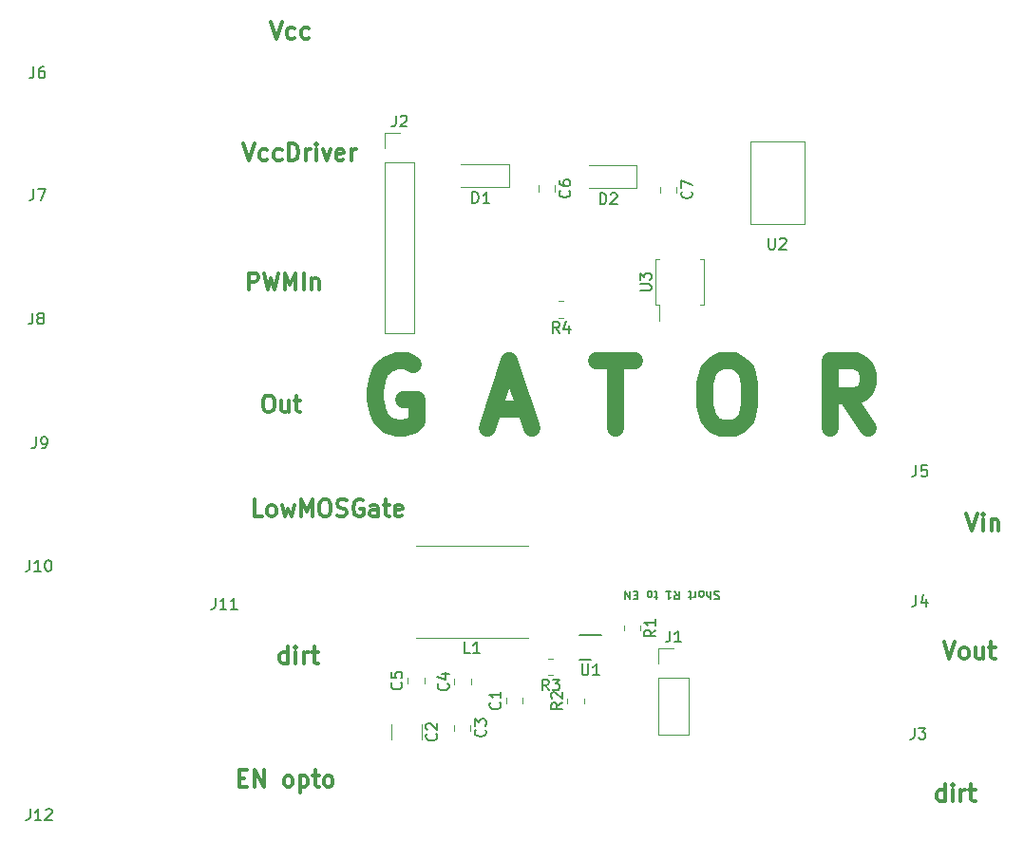
<source format=gbr>
%TF.GenerationSoftware,KiCad,Pcbnew,(5.1.10)-1*%
%TF.CreationDate,2022-03-06T22:53:43-08:00*%
%TF.ProjectId,bb2,6262322e-6b69-4636-9164-5f7063625858,rev?*%
%TF.SameCoordinates,Original*%
%TF.FileFunction,Legend,Top*%
%TF.FilePolarity,Positive*%
%FSLAX46Y46*%
G04 Gerber Fmt 4.6, Leading zero omitted, Abs format (unit mm)*
G04 Created by KiCad (PCBNEW (5.1.10)-1) date 2022-03-06 22:53:43*
%MOMM*%
%LPD*%
G01*
G04 APERTURE LIST*
%ADD10C,1.500000*%
%ADD11C,0.300000*%
%ADD12C,0.187500*%
%ADD13C,0.120000*%
%ADD14C,0.150000*%
G04 APERTURE END LIST*
D10*
X118080571Y-116634000D02*
X117509142Y-116348285D01*
X116652000Y-116348285D01*
X115794857Y-116634000D01*
X115223428Y-117205428D01*
X114937714Y-117776857D01*
X114652000Y-118919714D01*
X114652000Y-119776857D01*
X114937714Y-120919714D01*
X115223428Y-121491142D01*
X115794857Y-122062571D01*
X116652000Y-122348285D01*
X117223428Y-122348285D01*
X118080571Y-122062571D01*
X118366285Y-121776857D01*
X118366285Y-119776857D01*
X117223428Y-119776857D01*
X125223428Y-120634000D02*
X128080571Y-120634000D01*
X124652000Y-122348285D02*
X126652000Y-116348285D01*
X128652000Y-122348285D01*
X134366285Y-116348285D02*
X137794857Y-116348285D01*
X136080571Y-122348285D02*
X136080571Y-116348285D01*
X145509142Y-116348285D02*
X146652000Y-116348285D01*
X147223428Y-116634000D01*
X147794857Y-117205428D01*
X148080571Y-118348285D01*
X148080571Y-120348285D01*
X147794857Y-121491142D01*
X147223428Y-122062571D01*
X146652000Y-122348285D01*
X145509142Y-122348285D01*
X144937714Y-122062571D01*
X144366285Y-121491142D01*
X144080571Y-120348285D01*
X144080571Y-118348285D01*
X144366285Y-117205428D01*
X144937714Y-116634000D01*
X145509142Y-116348285D01*
X158652000Y-122348285D02*
X156652000Y-119491142D01*
X155223428Y-122348285D02*
X155223428Y-116348285D01*
X157509142Y-116348285D01*
X158080571Y-116634000D01*
X158366285Y-116919714D01*
X158652000Y-117491142D01*
X158652000Y-118348285D01*
X158366285Y-118919714D01*
X158080571Y-119205428D01*
X157509142Y-119491142D01*
X155223428Y-119491142D01*
D11*
X165441428Y-155618571D02*
X165441428Y-154118571D01*
X165441428Y-155547142D02*
X165298571Y-155618571D01*
X165012857Y-155618571D01*
X164870000Y-155547142D01*
X164798571Y-155475714D01*
X164727142Y-155332857D01*
X164727142Y-154904285D01*
X164798571Y-154761428D01*
X164870000Y-154690000D01*
X165012857Y-154618571D01*
X165298571Y-154618571D01*
X165441428Y-154690000D01*
X166155714Y-155618571D02*
X166155714Y-154618571D01*
X166155714Y-154118571D02*
X166084285Y-154190000D01*
X166155714Y-154261428D01*
X166227142Y-154190000D01*
X166155714Y-154118571D01*
X166155714Y-154261428D01*
X166870000Y-155618571D02*
X166870000Y-154618571D01*
X166870000Y-154904285D02*
X166941428Y-154761428D01*
X167012857Y-154690000D01*
X167155714Y-154618571D01*
X167298571Y-154618571D01*
X167584285Y-154618571D02*
X168155714Y-154618571D01*
X167798571Y-154118571D02*
X167798571Y-155404285D01*
X167870000Y-155547142D01*
X168012857Y-155618571D01*
X168155714Y-155618571D01*
X165354285Y-141418571D02*
X165854285Y-142918571D01*
X166354285Y-141418571D01*
X167068571Y-142918571D02*
X166925714Y-142847142D01*
X166854285Y-142775714D01*
X166782857Y-142632857D01*
X166782857Y-142204285D01*
X166854285Y-142061428D01*
X166925714Y-141990000D01*
X167068571Y-141918571D01*
X167282857Y-141918571D01*
X167425714Y-141990000D01*
X167497142Y-142061428D01*
X167568571Y-142204285D01*
X167568571Y-142632857D01*
X167497142Y-142775714D01*
X167425714Y-142847142D01*
X167282857Y-142918571D01*
X167068571Y-142918571D01*
X168854285Y-141918571D02*
X168854285Y-142918571D01*
X168211428Y-141918571D02*
X168211428Y-142704285D01*
X168282857Y-142847142D01*
X168425714Y-142918571D01*
X168640000Y-142918571D01*
X168782857Y-142847142D01*
X168854285Y-142775714D01*
X169354285Y-141918571D02*
X169925714Y-141918571D01*
X169568571Y-141418571D02*
X169568571Y-142704285D01*
X169640000Y-142847142D01*
X169782857Y-142918571D01*
X169925714Y-142918571D01*
X167374285Y-129988571D02*
X167874285Y-131488571D01*
X168374285Y-129988571D01*
X168874285Y-131488571D02*
X168874285Y-130488571D01*
X168874285Y-129988571D02*
X168802857Y-130060000D01*
X168874285Y-130131428D01*
X168945714Y-130060000D01*
X168874285Y-129988571D01*
X168874285Y-130131428D01*
X169588571Y-130488571D02*
X169588571Y-131488571D01*
X169588571Y-130631428D02*
X169660000Y-130560000D01*
X169802857Y-130488571D01*
X170017142Y-130488571D01*
X170160000Y-130560000D01*
X170231428Y-130702857D01*
X170231428Y-131488571D01*
D12*
X145336685Y-136907228D02*
X145229542Y-136871514D01*
X145050971Y-136871514D01*
X144979542Y-136907228D01*
X144943828Y-136942942D01*
X144908114Y-137014371D01*
X144908114Y-137085800D01*
X144943828Y-137157228D01*
X144979542Y-137192942D01*
X145050971Y-137228657D01*
X145193828Y-137264371D01*
X145265257Y-137300085D01*
X145300971Y-137335800D01*
X145336685Y-137407228D01*
X145336685Y-137478657D01*
X145300971Y-137550085D01*
X145265257Y-137585800D01*
X145193828Y-137621514D01*
X145015257Y-137621514D01*
X144908114Y-137585800D01*
X144586685Y-136871514D02*
X144586685Y-137621514D01*
X144265257Y-136871514D02*
X144265257Y-137264371D01*
X144300971Y-137335800D01*
X144372400Y-137371514D01*
X144479542Y-137371514D01*
X144550971Y-137335800D01*
X144586685Y-137300085D01*
X143800971Y-136871514D02*
X143872400Y-136907228D01*
X143908114Y-136942942D01*
X143943828Y-137014371D01*
X143943828Y-137228657D01*
X143908114Y-137300085D01*
X143872400Y-137335800D01*
X143800971Y-137371514D01*
X143693828Y-137371514D01*
X143622400Y-137335800D01*
X143586685Y-137300085D01*
X143550971Y-137228657D01*
X143550971Y-137014371D01*
X143586685Y-136942942D01*
X143622400Y-136907228D01*
X143693828Y-136871514D01*
X143800971Y-136871514D01*
X143229542Y-136871514D02*
X143229542Y-137371514D01*
X143229542Y-137228657D02*
X143193828Y-137300085D01*
X143158114Y-137335800D01*
X143086685Y-137371514D01*
X143015257Y-137371514D01*
X142872400Y-137371514D02*
X142586685Y-137371514D01*
X142765257Y-137621514D02*
X142765257Y-136978657D01*
X142729542Y-136907228D01*
X142658114Y-136871514D01*
X142586685Y-136871514D01*
X141336685Y-136871514D02*
X141586685Y-137228657D01*
X141765257Y-136871514D02*
X141765257Y-137621514D01*
X141479542Y-137621514D01*
X141408114Y-137585800D01*
X141372400Y-137550085D01*
X141336685Y-137478657D01*
X141336685Y-137371514D01*
X141372400Y-137300085D01*
X141408114Y-137264371D01*
X141479542Y-137228657D01*
X141765257Y-137228657D01*
X140622400Y-136871514D02*
X141050971Y-136871514D01*
X140836685Y-136871514D02*
X140836685Y-137621514D01*
X140908114Y-137514371D01*
X140979542Y-137442942D01*
X141050971Y-137407228D01*
X139836685Y-137371514D02*
X139550971Y-137371514D01*
X139729542Y-137621514D02*
X139729542Y-136978657D01*
X139693828Y-136907228D01*
X139622400Y-136871514D01*
X139550971Y-136871514D01*
X139193828Y-136871514D02*
X139265257Y-136907228D01*
X139300971Y-136942942D01*
X139336685Y-137014371D01*
X139336685Y-137228657D01*
X139300971Y-137300085D01*
X139265257Y-137335800D01*
X139193828Y-137371514D01*
X139086685Y-137371514D01*
X139015257Y-137335800D01*
X138979542Y-137300085D01*
X138943828Y-137228657D01*
X138943828Y-137014371D01*
X138979542Y-136942942D01*
X139015257Y-136907228D01*
X139086685Y-136871514D01*
X139193828Y-136871514D01*
X138050971Y-137264371D02*
X137800971Y-137264371D01*
X137693828Y-136871514D02*
X138050971Y-136871514D01*
X138050971Y-137621514D01*
X137693828Y-137621514D01*
X137372400Y-136871514D02*
X137372400Y-137621514D01*
X136943828Y-136871514D01*
X136943828Y-137621514D01*
D11*
X102537142Y-153562857D02*
X103037142Y-153562857D01*
X103251428Y-154348571D02*
X102537142Y-154348571D01*
X102537142Y-152848571D01*
X103251428Y-152848571D01*
X103894285Y-154348571D02*
X103894285Y-152848571D01*
X104751428Y-154348571D01*
X104751428Y-152848571D01*
X106822857Y-154348571D02*
X106680000Y-154277142D01*
X106608571Y-154205714D01*
X106537142Y-154062857D01*
X106537142Y-153634285D01*
X106608571Y-153491428D01*
X106680000Y-153420000D01*
X106822857Y-153348571D01*
X107037142Y-153348571D01*
X107180000Y-153420000D01*
X107251428Y-153491428D01*
X107322857Y-153634285D01*
X107322857Y-154062857D01*
X107251428Y-154205714D01*
X107180000Y-154277142D01*
X107037142Y-154348571D01*
X106822857Y-154348571D01*
X107965714Y-153348571D02*
X107965714Y-154848571D01*
X107965714Y-153420000D02*
X108108571Y-153348571D01*
X108394285Y-153348571D01*
X108537142Y-153420000D01*
X108608571Y-153491428D01*
X108680000Y-153634285D01*
X108680000Y-154062857D01*
X108608571Y-154205714D01*
X108537142Y-154277142D01*
X108394285Y-154348571D01*
X108108571Y-154348571D01*
X107965714Y-154277142D01*
X109108571Y-153348571D02*
X109680000Y-153348571D01*
X109322857Y-152848571D02*
X109322857Y-154134285D01*
X109394285Y-154277142D01*
X109537142Y-154348571D01*
X109680000Y-154348571D01*
X110394285Y-154348571D02*
X110251428Y-154277142D01*
X110180000Y-154205714D01*
X110108571Y-154062857D01*
X110108571Y-153634285D01*
X110180000Y-153491428D01*
X110251428Y-153420000D01*
X110394285Y-153348571D01*
X110608571Y-153348571D01*
X110751428Y-153420000D01*
X110822857Y-153491428D01*
X110894285Y-153634285D01*
X110894285Y-154062857D01*
X110822857Y-154205714D01*
X110751428Y-154277142D01*
X110608571Y-154348571D01*
X110394285Y-154348571D01*
X106869028Y-143324971D02*
X106869028Y-141824971D01*
X106869028Y-143253542D02*
X106726171Y-143324971D01*
X106440457Y-143324971D01*
X106297600Y-143253542D01*
X106226171Y-143182114D01*
X106154742Y-143039257D01*
X106154742Y-142610685D01*
X106226171Y-142467828D01*
X106297600Y-142396400D01*
X106440457Y-142324971D01*
X106726171Y-142324971D01*
X106869028Y-142396400D01*
X107583314Y-143324971D02*
X107583314Y-142324971D01*
X107583314Y-141824971D02*
X107511885Y-141896400D01*
X107583314Y-141967828D01*
X107654742Y-141896400D01*
X107583314Y-141824971D01*
X107583314Y-141967828D01*
X108297600Y-143324971D02*
X108297600Y-142324971D01*
X108297600Y-142610685D02*
X108369028Y-142467828D01*
X108440457Y-142396400D01*
X108583314Y-142324971D01*
X108726171Y-142324971D01*
X109011885Y-142324971D02*
X109583314Y-142324971D01*
X109226171Y-141824971D02*
X109226171Y-143110685D01*
X109297600Y-143253542D01*
X109440457Y-143324971D01*
X109583314Y-143324971D01*
X104632857Y-130218571D02*
X103918571Y-130218571D01*
X103918571Y-128718571D01*
X105347142Y-130218571D02*
X105204285Y-130147142D01*
X105132857Y-130075714D01*
X105061428Y-129932857D01*
X105061428Y-129504285D01*
X105132857Y-129361428D01*
X105204285Y-129290000D01*
X105347142Y-129218571D01*
X105561428Y-129218571D01*
X105704285Y-129290000D01*
X105775714Y-129361428D01*
X105847142Y-129504285D01*
X105847142Y-129932857D01*
X105775714Y-130075714D01*
X105704285Y-130147142D01*
X105561428Y-130218571D01*
X105347142Y-130218571D01*
X106347142Y-129218571D02*
X106632857Y-130218571D01*
X106918571Y-129504285D01*
X107204285Y-130218571D01*
X107490000Y-129218571D01*
X108061428Y-130218571D02*
X108061428Y-128718571D01*
X108561428Y-129790000D01*
X109061428Y-128718571D01*
X109061428Y-130218571D01*
X110061428Y-128718571D02*
X110347142Y-128718571D01*
X110490000Y-128790000D01*
X110632857Y-128932857D01*
X110704285Y-129218571D01*
X110704285Y-129718571D01*
X110632857Y-130004285D01*
X110490000Y-130147142D01*
X110347142Y-130218571D01*
X110061428Y-130218571D01*
X109918571Y-130147142D01*
X109775714Y-130004285D01*
X109704285Y-129718571D01*
X109704285Y-129218571D01*
X109775714Y-128932857D01*
X109918571Y-128790000D01*
X110061428Y-128718571D01*
X111275714Y-130147142D02*
X111490000Y-130218571D01*
X111847142Y-130218571D01*
X111990000Y-130147142D01*
X112061428Y-130075714D01*
X112132857Y-129932857D01*
X112132857Y-129790000D01*
X112061428Y-129647142D01*
X111990000Y-129575714D01*
X111847142Y-129504285D01*
X111561428Y-129432857D01*
X111418571Y-129361428D01*
X111347142Y-129290000D01*
X111275714Y-129147142D01*
X111275714Y-129004285D01*
X111347142Y-128861428D01*
X111418571Y-128790000D01*
X111561428Y-128718571D01*
X111918571Y-128718571D01*
X112132857Y-128790000D01*
X113561428Y-128790000D02*
X113418571Y-128718571D01*
X113204285Y-128718571D01*
X112990000Y-128790000D01*
X112847142Y-128932857D01*
X112775714Y-129075714D01*
X112704285Y-129361428D01*
X112704285Y-129575714D01*
X112775714Y-129861428D01*
X112847142Y-130004285D01*
X112990000Y-130147142D01*
X113204285Y-130218571D01*
X113347142Y-130218571D01*
X113561428Y-130147142D01*
X113632857Y-130075714D01*
X113632857Y-129575714D01*
X113347142Y-129575714D01*
X114918571Y-130218571D02*
X114918571Y-129432857D01*
X114847142Y-129290000D01*
X114704285Y-129218571D01*
X114418571Y-129218571D01*
X114275714Y-129290000D01*
X114918571Y-130147142D02*
X114775714Y-130218571D01*
X114418571Y-130218571D01*
X114275714Y-130147142D01*
X114204285Y-130004285D01*
X114204285Y-129861428D01*
X114275714Y-129718571D01*
X114418571Y-129647142D01*
X114775714Y-129647142D01*
X114918571Y-129575714D01*
X115418571Y-129218571D02*
X115990000Y-129218571D01*
X115632857Y-128718571D02*
X115632857Y-130004285D01*
X115704285Y-130147142D01*
X115847142Y-130218571D01*
X115990000Y-130218571D01*
X117061428Y-130147142D02*
X116918571Y-130218571D01*
X116632857Y-130218571D01*
X116490000Y-130147142D01*
X116418571Y-130004285D01*
X116418571Y-129432857D01*
X116490000Y-129290000D01*
X116632857Y-129218571D01*
X116918571Y-129218571D01*
X117061428Y-129290000D01*
X117132857Y-129432857D01*
X117132857Y-129575714D01*
X116418571Y-129718571D01*
X105023600Y-119422171D02*
X105309314Y-119422171D01*
X105452171Y-119493600D01*
X105595028Y-119636457D01*
X105666457Y-119922171D01*
X105666457Y-120422171D01*
X105595028Y-120707885D01*
X105452171Y-120850742D01*
X105309314Y-120922171D01*
X105023600Y-120922171D01*
X104880742Y-120850742D01*
X104737885Y-120707885D01*
X104666457Y-120422171D01*
X104666457Y-119922171D01*
X104737885Y-119636457D01*
X104880742Y-119493600D01*
X105023600Y-119422171D01*
X106952171Y-119922171D02*
X106952171Y-120922171D01*
X106309314Y-119922171D02*
X106309314Y-120707885D01*
X106380742Y-120850742D01*
X106523600Y-120922171D01*
X106737885Y-120922171D01*
X106880742Y-120850742D01*
X106952171Y-120779314D01*
X107452171Y-119922171D02*
X108023600Y-119922171D01*
X107666457Y-119422171D02*
X107666457Y-120707885D01*
X107737885Y-120850742D01*
X107880742Y-120922171D01*
X108023600Y-120922171D01*
X102914285Y-96968571D02*
X103414285Y-98468571D01*
X103914285Y-96968571D01*
X105057142Y-98397142D02*
X104914285Y-98468571D01*
X104628571Y-98468571D01*
X104485714Y-98397142D01*
X104414285Y-98325714D01*
X104342857Y-98182857D01*
X104342857Y-97754285D01*
X104414285Y-97611428D01*
X104485714Y-97540000D01*
X104628571Y-97468571D01*
X104914285Y-97468571D01*
X105057142Y-97540000D01*
X106342857Y-98397142D02*
X106200000Y-98468571D01*
X105914285Y-98468571D01*
X105771428Y-98397142D01*
X105700000Y-98325714D01*
X105628571Y-98182857D01*
X105628571Y-97754285D01*
X105700000Y-97611428D01*
X105771428Y-97540000D01*
X105914285Y-97468571D01*
X106200000Y-97468571D01*
X106342857Y-97540000D01*
X106985714Y-98468571D02*
X106985714Y-96968571D01*
X107342857Y-96968571D01*
X107557142Y-97040000D01*
X107700000Y-97182857D01*
X107771428Y-97325714D01*
X107842857Y-97611428D01*
X107842857Y-97825714D01*
X107771428Y-98111428D01*
X107700000Y-98254285D01*
X107557142Y-98397142D01*
X107342857Y-98468571D01*
X106985714Y-98468571D01*
X108485714Y-98468571D02*
X108485714Y-97468571D01*
X108485714Y-97754285D02*
X108557142Y-97611428D01*
X108628571Y-97540000D01*
X108771428Y-97468571D01*
X108914285Y-97468571D01*
X109414285Y-98468571D02*
X109414285Y-97468571D01*
X109414285Y-96968571D02*
X109342857Y-97040000D01*
X109414285Y-97111428D01*
X109485714Y-97040000D01*
X109414285Y-96968571D01*
X109414285Y-97111428D01*
X109985714Y-97468571D02*
X110342857Y-98468571D01*
X110700000Y-97468571D01*
X111842857Y-98397142D02*
X111700000Y-98468571D01*
X111414285Y-98468571D01*
X111271428Y-98397142D01*
X111200000Y-98254285D01*
X111200000Y-97682857D01*
X111271428Y-97540000D01*
X111414285Y-97468571D01*
X111700000Y-97468571D01*
X111842857Y-97540000D01*
X111914285Y-97682857D01*
X111914285Y-97825714D01*
X111200000Y-97968571D01*
X112557142Y-98468571D02*
X112557142Y-97468571D01*
X112557142Y-97754285D02*
X112628571Y-97611428D01*
X112700000Y-97540000D01*
X112842857Y-97468571D01*
X112985714Y-97468571D01*
X103384742Y-110000171D02*
X103384742Y-108500171D01*
X103956171Y-108500171D01*
X104099028Y-108571600D01*
X104170457Y-108643028D01*
X104241885Y-108785885D01*
X104241885Y-109000171D01*
X104170457Y-109143028D01*
X104099028Y-109214457D01*
X103956171Y-109285885D01*
X103384742Y-109285885D01*
X104741885Y-108500171D02*
X105099028Y-110000171D01*
X105384742Y-108928742D01*
X105670457Y-110000171D01*
X106027600Y-108500171D01*
X106599028Y-110000171D02*
X106599028Y-108500171D01*
X107099028Y-109571600D01*
X107599028Y-108500171D01*
X107599028Y-110000171D01*
X108313314Y-110000171D02*
X108313314Y-108500171D01*
X109027600Y-109000171D02*
X109027600Y-110000171D01*
X109027600Y-109143028D02*
X109099028Y-109071600D01*
X109241885Y-109000171D01*
X109456171Y-109000171D01*
X109599028Y-109071600D01*
X109670457Y-109214457D01*
X109670457Y-110000171D01*
X105351485Y-86097371D02*
X105851485Y-87597371D01*
X106351485Y-86097371D01*
X107494342Y-87525942D02*
X107351485Y-87597371D01*
X107065771Y-87597371D01*
X106922914Y-87525942D01*
X106851485Y-87454514D01*
X106780057Y-87311657D01*
X106780057Y-86883085D01*
X106851485Y-86740228D01*
X106922914Y-86668800D01*
X107065771Y-86597371D01*
X107351485Y-86597371D01*
X107494342Y-86668800D01*
X108780057Y-87525942D02*
X108637200Y-87597371D01*
X108351485Y-87597371D01*
X108208628Y-87525942D01*
X108137200Y-87454514D01*
X108065771Y-87311657D01*
X108065771Y-86883085D01*
X108137200Y-86740228D01*
X108208628Y-86668800D01*
X108351485Y-86597371D01*
X108637200Y-86597371D01*
X108780057Y-86668800D01*
D13*
%TO.C,R2*%
X131802200Y-146902664D02*
X131802200Y-146448536D01*
X133272200Y-146902664D02*
X133272200Y-146448536D01*
%TO.C,J2*%
X115510000Y-96002800D02*
X116840000Y-96002800D01*
X115510000Y-97332800D02*
X115510000Y-96002800D01*
X115510000Y-98602800D02*
X118170000Y-98602800D01*
X118170000Y-98602800D02*
X118170000Y-113902800D01*
X115510000Y-98602800D02*
X115510000Y-113902800D01*
X115510000Y-113902800D02*
X118170000Y-113902800D01*
%TO.C,U3*%
X140028600Y-111331600D02*
X140028600Y-112796600D01*
X139673600Y-111331600D02*
X140028600Y-111331600D01*
X139673600Y-109321600D02*
X139673600Y-111331600D01*
X139673600Y-107311600D02*
X140028600Y-107311600D01*
X139673600Y-109321600D02*
X139673600Y-107311600D01*
X143993600Y-111331600D02*
X143638600Y-111331600D01*
X143993600Y-109321600D02*
X143993600Y-111331600D01*
X143993600Y-107311600D02*
X143638600Y-107311600D01*
X143993600Y-109321600D02*
X143993600Y-107311600D01*
%TO.C,R4*%
X131478264Y-111025000D02*
X131024136Y-111025000D01*
X131478264Y-112495000D02*
X131024136Y-112495000D01*
%TO.C,U2*%
X148082000Y-104165400D02*
X148082000Y-96799400D01*
X148082000Y-96799400D02*
X152908000Y-96799400D01*
X152908000Y-96799400D02*
X152908000Y-104165400D01*
X152908000Y-104165400D02*
X148082000Y-104165400D01*
%TO.C,D2*%
X138005600Y-98923600D02*
X133705600Y-98923600D01*
X138005600Y-100923600D02*
X138005600Y-98923600D01*
X133705600Y-100923600D02*
X138005600Y-100923600D01*
%TO.C,D1*%
X126626400Y-98822000D02*
X122326400Y-98822000D01*
X126626400Y-100822000D02*
X126626400Y-98822000D01*
X122326400Y-100822000D02*
X126626400Y-100822000D01*
%TO.C,C7*%
X140082600Y-100801448D02*
X140082600Y-101323952D01*
X141552600Y-100801448D02*
X141552600Y-101323952D01*
%TO.C,C6*%
X129211400Y-100707648D02*
X129211400Y-101230152D01*
X130681400Y-100707648D02*
X130681400Y-101230152D01*
D14*
%TO.C,U1*%
X134858000Y-140784400D02*
X132858000Y-140784400D01*
X133858000Y-142984400D02*
X132858000Y-142984400D01*
D13*
%TO.C,R3*%
X130545064Y-144372000D02*
X130090936Y-144372000D01*
X130545064Y-142902000D02*
X130090936Y-142902000D01*
%TO.C,R1*%
X138301400Y-139946136D02*
X138301400Y-140400264D01*
X136831400Y-139946136D02*
X136831400Y-140400264D01*
%TO.C,L1*%
X128296000Y-141056800D02*
X118296000Y-141056800D01*
X128296000Y-132856800D02*
X118296000Y-132856800D01*
%TO.C,J1*%
X139944800Y-149716800D02*
X142604800Y-149716800D01*
X139944800Y-144576800D02*
X139944800Y-149716800D01*
X142604800Y-144576800D02*
X142604800Y-149716800D01*
X139944800Y-144576800D02*
X142604800Y-144576800D01*
X139944800Y-143306800D02*
X139944800Y-141976800D01*
X139944800Y-141976800D02*
X141274800Y-141976800D01*
%TO.C,C5*%
X117578200Y-145121352D02*
X117578200Y-144598848D01*
X119048200Y-145121352D02*
X119048200Y-144598848D01*
%TO.C,C4*%
X121743800Y-145222952D02*
X121743800Y-144700448D01*
X123213800Y-145222952D02*
X123213800Y-144700448D01*
%TO.C,C3*%
X123163000Y-148807448D02*
X123163000Y-149329952D01*
X121693000Y-148807448D02*
X121693000Y-149329952D01*
%TO.C,C2*%
X118809600Y-148730048D02*
X118809600Y-150152552D01*
X116089600Y-148730048D02*
X116089600Y-150152552D01*
%TO.C,C1*%
X126366600Y-146899352D02*
X126366600Y-146376848D01*
X127836600Y-146899352D02*
X127836600Y-146376848D01*
%TO.C,R2*%
D14*
X131339580Y-146842266D02*
X130863390Y-147175600D01*
X131339580Y-147413695D02*
X130339580Y-147413695D01*
X130339580Y-147032742D01*
X130387200Y-146937504D01*
X130434819Y-146889885D01*
X130530057Y-146842266D01*
X130672914Y-146842266D01*
X130768152Y-146889885D01*
X130815771Y-146937504D01*
X130863390Y-147032742D01*
X130863390Y-147413695D01*
X130434819Y-146461314D02*
X130387200Y-146413695D01*
X130339580Y-146318457D01*
X130339580Y-146080361D01*
X130387200Y-145985123D01*
X130434819Y-145937504D01*
X130530057Y-145889885D01*
X130625295Y-145889885D01*
X130768152Y-145937504D01*
X131339580Y-146508933D01*
X131339580Y-145889885D01*
%TO.C,J12*%
X83918476Y-156309580D02*
X83918476Y-157023866D01*
X83870857Y-157166723D01*
X83775619Y-157261961D01*
X83632761Y-157309580D01*
X83537523Y-157309580D01*
X84918476Y-157309580D02*
X84347047Y-157309580D01*
X84632761Y-157309580D02*
X84632761Y-156309580D01*
X84537523Y-156452438D01*
X84442285Y-156547676D01*
X84347047Y-156595295D01*
X85299428Y-156404819D02*
X85347047Y-156357200D01*
X85442285Y-156309580D01*
X85680380Y-156309580D01*
X85775619Y-156357200D01*
X85823238Y-156404819D01*
X85870857Y-156500057D01*
X85870857Y-156595295D01*
X85823238Y-156738152D01*
X85251809Y-157309580D01*
X85870857Y-157309580D01*
%TO.C,J11*%
X100416876Y-137489180D02*
X100416876Y-138203466D01*
X100369257Y-138346323D01*
X100274019Y-138441561D01*
X100131161Y-138489180D01*
X100035923Y-138489180D01*
X101416876Y-138489180D02*
X100845447Y-138489180D01*
X101131161Y-138489180D02*
X101131161Y-137489180D01*
X101035923Y-137632038D01*
X100940685Y-137727276D01*
X100845447Y-137774895D01*
X102369257Y-138489180D02*
X101797828Y-138489180D01*
X102083542Y-138489180D02*
X102083542Y-137489180D01*
X101988304Y-137632038D01*
X101893066Y-137727276D01*
X101797828Y-137774895D01*
%TO.C,J10*%
X83867676Y-134109980D02*
X83867676Y-134824266D01*
X83820057Y-134967123D01*
X83724819Y-135062361D01*
X83581961Y-135109980D01*
X83486723Y-135109980D01*
X84867676Y-135109980D02*
X84296247Y-135109980D01*
X84581961Y-135109980D02*
X84581961Y-134109980D01*
X84486723Y-134252838D01*
X84391485Y-134348076D01*
X84296247Y-134395695D01*
X85486723Y-134109980D02*
X85581961Y-134109980D01*
X85677200Y-134157600D01*
X85724819Y-134205219D01*
X85772438Y-134300457D01*
X85820057Y-134490933D01*
X85820057Y-134729028D01*
X85772438Y-134919504D01*
X85724819Y-135014742D01*
X85677200Y-135062361D01*
X85581961Y-135109980D01*
X85486723Y-135109980D01*
X85391485Y-135062361D01*
X85343866Y-135014742D01*
X85296247Y-134919504D01*
X85248628Y-134729028D01*
X85248628Y-134490933D01*
X85296247Y-134300457D01*
X85343866Y-134205219D01*
X85391485Y-134157600D01*
X85486723Y-134109980D01*
%TO.C,J9*%
X84445466Y-123137180D02*
X84445466Y-123851466D01*
X84397847Y-123994323D01*
X84302609Y-124089561D01*
X84159752Y-124137180D01*
X84064514Y-124137180D01*
X84969276Y-124137180D02*
X85159752Y-124137180D01*
X85254990Y-124089561D01*
X85302609Y-124041942D01*
X85397847Y-123899085D01*
X85445466Y-123708609D01*
X85445466Y-123327657D01*
X85397847Y-123232419D01*
X85350228Y-123184800D01*
X85254990Y-123137180D01*
X85064514Y-123137180D01*
X84969276Y-123184800D01*
X84921657Y-123232419D01*
X84874038Y-123327657D01*
X84874038Y-123565752D01*
X84921657Y-123660990D01*
X84969276Y-123708609D01*
X85064514Y-123756228D01*
X85254990Y-123756228D01*
X85350228Y-123708609D01*
X85397847Y-123660990D01*
X85445466Y-123565752D01*
%TO.C,J8*%
X84140666Y-112062780D02*
X84140666Y-112777066D01*
X84093047Y-112919923D01*
X83997809Y-113015161D01*
X83854952Y-113062780D01*
X83759714Y-113062780D01*
X84759714Y-112491352D02*
X84664476Y-112443733D01*
X84616857Y-112396114D01*
X84569238Y-112300876D01*
X84569238Y-112253257D01*
X84616857Y-112158019D01*
X84664476Y-112110400D01*
X84759714Y-112062780D01*
X84950190Y-112062780D01*
X85045428Y-112110400D01*
X85093047Y-112158019D01*
X85140666Y-112253257D01*
X85140666Y-112300876D01*
X85093047Y-112396114D01*
X85045428Y-112443733D01*
X84950190Y-112491352D01*
X84759714Y-112491352D01*
X84664476Y-112538971D01*
X84616857Y-112586590D01*
X84569238Y-112681828D01*
X84569238Y-112872304D01*
X84616857Y-112967542D01*
X84664476Y-113015161D01*
X84759714Y-113062780D01*
X84950190Y-113062780D01*
X85045428Y-113015161D01*
X85093047Y-112967542D01*
X85140666Y-112872304D01*
X85140666Y-112681828D01*
X85093047Y-112586590D01*
X85045428Y-112538971D01*
X84950190Y-112491352D01*
%TO.C,J7*%
X84242266Y-100988380D02*
X84242266Y-101702666D01*
X84194647Y-101845523D01*
X84099409Y-101940761D01*
X83956552Y-101988380D01*
X83861314Y-101988380D01*
X84623219Y-100988380D02*
X85289885Y-100988380D01*
X84861314Y-101988380D01*
%TO.C,J6*%
X84242266Y-90117180D02*
X84242266Y-90831466D01*
X84194647Y-90974323D01*
X84099409Y-91069561D01*
X83956552Y-91117180D01*
X83861314Y-91117180D01*
X85147028Y-90117180D02*
X84956552Y-90117180D01*
X84861314Y-90164800D01*
X84813695Y-90212419D01*
X84718457Y-90355276D01*
X84670838Y-90545752D01*
X84670838Y-90926704D01*
X84718457Y-91021942D01*
X84766076Y-91069561D01*
X84861314Y-91117180D01*
X85051790Y-91117180D01*
X85147028Y-91069561D01*
X85194647Y-91021942D01*
X85242266Y-90926704D01*
X85242266Y-90688609D01*
X85194647Y-90593371D01*
X85147028Y-90545752D01*
X85051790Y-90498133D01*
X84861314Y-90498133D01*
X84766076Y-90545752D01*
X84718457Y-90593371D01*
X84670838Y-90688609D01*
%TO.C,J5*%
X162893466Y-125652780D02*
X162893466Y-126367066D01*
X162845847Y-126509923D01*
X162750609Y-126605161D01*
X162607752Y-126652780D01*
X162512514Y-126652780D01*
X163845847Y-125652780D02*
X163369657Y-125652780D01*
X163322038Y-126128971D01*
X163369657Y-126081352D01*
X163464895Y-126033733D01*
X163702990Y-126033733D01*
X163798228Y-126081352D01*
X163845847Y-126128971D01*
X163893466Y-126224209D01*
X163893466Y-126462304D01*
X163845847Y-126557542D01*
X163798228Y-126605161D01*
X163702990Y-126652780D01*
X163464895Y-126652780D01*
X163369657Y-126605161D01*
X163322038Y-126557542D01*
%TO.C,J4*%
X162893466Y-137235180D02*
X162893466Y-137949466D01*
X162845847Y-138092323D01*
X162750609Y-138187561D01*
X162607752Y-138235180D01*
X162512514Y-138235180D01*
X163798228Y-137568514D02*
X163798228Y-138235180D01*
X163560133Y-137187561D02*
X163322038Y-137901847D01*
X163941085Y-137901847D01*
%TO.C,J3*%
X162741066Y-149071580D02*
X162741066Y-149785866D01*
X162693447Y-149928723D01*
X162598209Y-150023961D01*
X162455352Y-150071580D01*
X162360114Y-150071580D01*
X163122019Y-149071580D02*
X163741066Y-149071580D01*
X163407733Y-149452533D01*
X163550590Y-149452533D01*
X163645828Y-149500152D01*
X163693447Y-149547771D01*
X163741066Y-149643009D01*
X163741066Y-149881104D01*
X163693447Y-149976342D01*
X163645828Y-150023961D01*
X163550590Y-150071580D01*
X163264876Y-150071580D01*
X163169638Y-150023961D01*
X163122019Y-149976342D01*
%TO.C,J2*%
X116506666Y-94455180D02*
X116506666Y-95169466D01*
X116459047Y-95312323D01*
X116363809Y-95407561D01*
X116220952Y-95455180D01*
X116125714Y-95455180D01*
X116935238Y-94550419D02*
X116982857Y-94502800D01*
X117078095Y-94455180D01*
X117316190Y-94455180D01*
X117411428Y-94502800D01*
X117459047Y-94550419D01*
X117506666Y-94645657D01*
X117506666Y-94740895D01*
X117459047Y-94883752D01*
X116887619Y-95455180D01*
X117506666Y-95455180D01*
%TO.C,U3*%
X138285980Y-110083504D02*
X139095504Y-110083504D01*
X139190742Y-110035885D01*
X139238361Y-109988266D01*
X139285980Y-109893028D01*
X139285980Y-109702552D01*
X139238361Y-109607314D01*
X139190742Y-109559695D01*
X139095504Y-109512076D01*
X138285980Y-109512076D01*
X138285980Y-109131123D02*
X138285980Y-108512076D01*
X138666933Y-108845409D01*
X138666933Y-108702552D01*
X138714552Y-108607314D01*
X138762171Y-108559695D01*
X138857409Y-108512076D01*
X139095504Y-108512076D01*
X139190742Y-108559695D01*
X139238361Y-108607314D01*
X139285980Y-108702552D01*
X139285980Y-108988266D01*
X139238361Y-109083504D01*
X139190742Y-109131123D01*
%TO.C,R4*%
X131084533Y-113862380D02*
X130751200Y-113386190D01*
X130513104Y-113862380D02*
X130513104Y-112862380D01*
X130894057Y-112862380D01*
X130989295Y-112910000D01*
X131036914Y-112957619D01*
X131084533Y-113052857D01*
X131084533Y-113195714D01*
X131036914Y-113290952D01*
X130989295Y-113338571D01*
X130894057Y-113386190D01*
X130513104Y-113386190D01*
X131941676Y-113195714D02*
X131941676Y-113862380D01*
X131703580Y-112814761D02*
X131465485Y-113529047D01*
X132084533Y-113529047D01*
%TO.C,U2*%
X149733095Y-105395780D02*
X149733095Y-106205304D01*
X149780714Y-106300542D01*
X149828333Y-106348161D01*
X149923571Y-106395780D01*
X150114047Y-106395780D01*
X150209285Y-106348161D01*
X150256904Y-106300542D01*
X150304523Y-106205304D01*
X150304523Y-105395780D01*
X150733095Y-105491019D02*
X150780714Y-105443400D01*
X150875952Y-105395780D01*
X151114047Y-105395780D01*
X151209285Y-105443400D01*
X151256904Y-105491019D01*
X151304523Y-105586257D01*
X151304523Y-105681495D01*
X151256904Y-105824352D01*
X150685476Y-106395780D01*
X151304523Y-106395780D01*
%TO.C,D2*%
X134717504Y-102375980D02*
X134717504Y-101375980D01*
X134955600Y-101375980D01*
X135098457Y-101423600D01*
X135193695Y-101518838D01*
X135241314Y-101614076D01*
X135288933Y-101804552D01*
X135288933Y-101947409D01*
X135241314Y-102137885D01*
X135193695Y-102233123D01*
X135098457Y-102328361D01*
X134955600Y-102375980D01*
X134717504Y-102375980D01*
X135669885Y-101471219D02*
X135717504Y-101423600D01*
X135812742Y-101375980D01*
X136050838Y-101375980D01*
X136146076Y-101423600D01*
X136193695Y-101471219D01*
X136241314Y-101566457D01*
X136241314Y-101661695D01*
X136193695Y-101804552D01*
X135622266Y-102375980D01*
X136241314Y-102375980D01*
%TO.C,D1*%
X123338304Y-102274380D02*
X123338304Y-101274380D01*
X123576400Y-101274380D01*
X123719257Y-101322000D01*
X123814495Y-101417238D01*
X123862114Y-101512476D01*
X123909733Y-101702952D01*
X123909733Y-101845809D01*
X123862114Y-102036285D01*
X123814495Y-102131523D01*
X123719257Y-102226761D01*
X123576400Y-102274380D01*
X123338304Y-102274380D01*
X124862114Y-102274380D02*
X124290685Y-102274380D01*
X124576400Y-102274380D02*
X124576400Y-101274380D01*
X124481161Y-101417238D01*
X124385923Y-101512476D01*
X124290685Y-101560095D01*
%TO.C,C7*%
X142854742Y-101229366D02*
X142902361Y-101276985D01*
X142949980Y-101419842D01*
X142949980Y-101515080D01*
X142902361Y-101657938D01*
X142807123Y-101753176D01*
X142711885Y-101800795D01*
X142521409Y-101848414D01*
X142378552Y-101848414D01*
X142188076Y-101800795D01*
X142092838Y-101753176D01*
X141997600Y-101657938D01*
X141949980Y-101515080D01*
X141949980Y-101419842D01*
X141997600Y-101276985D01*
X142045219Y-101229366D01*
X141949980Y-100896033D02*
X141949980Y-100229366D01*
X142949980Y-100657938D01*
%TO.C,C6*%
X131983542Y-101135566D02*
X132031161Y-101183185D01*
X132078780Y-101326042D01*
X132078780Y-101421280D01*
X132031161Y-101564138D01*
X131935923Y-101659376D01*
X131840685Y-101706995D01*
X131650209Y-101754614D01*
X131507352Y-101754614D01*
X131316876Y-101706995D01*
X131221638Y-101659376D01*
X131126400Y-101564138D01*
X131078780Y-101421280D01*
X131078780Y-101326042D01*
X131126400Y-101183185D01*
X131174019Y-101135566D01*
X131078780Y-100278423D02*
X131078780Y-100468900D01*
X131126400Y-100564138D01*
X131174019Y-100611757D01*
X131316876Y-100706995D01*
X131507352Y-100754614D01*
X131888304Y-100754614D01*
X131983542Y-100706995D01*
X132031161Y-100659376D01*
X132078780Y-100564138D01*
X132078780Y-100373661D01*
X132031161Y-100278423D01*
X131983542Y-100230804D01*
X131888304Y-100183185D01*
X131650209Y-100183185D01*
X131554971Y-100230804D01*
X131507352Y-100278423D01*
X131459733Y-100373661D01*
X131459733Y-100564138D01*
X131507352Y-100659376D01*
X131554971Y-100706995D01*
X131650209Y-100754614D01*
%TO.C,U1*%
X133096095Y-143361780D02*
X133096095Y-144171304D01*
X133143714Y-144266542D01*
X133191333Y-144314161D01*
X133286571Y-144361780D01*
X133477047Y-144361780D01*
X133572285Y-144314161D01*
X133619904Y-144266542D01*
X133667523Y-144171304D01*
X133667523Y-143361780D01*
X134667523Y-144361780D02*
X134096095Y-144361780D01*
X134381809Y-144361780D02*
X134381809Y-143361780D01*
X134286571Y-143504638D01*
X134191333Y-143599876D01*
X134096095Y-143647495D01*
%TO.C,R3*%
X130151333Y-145739380D02*
X129818000Y-145263190D01*
X129579904Y-145739380D02*
X129579904Y-144739380D01*
X129960857Y-144739380D01*
X130056095Y-144787000D01*
X130103714Y-144834619D01*
X130151333Y-144929857D01*
X130151333Y-145072714D01*
X130103714Y-145167952D01*
X130056095Y-145215571D01*
X129960857Y-145263190D01*
X129579904Y-145263190D01*
X130484666Y-144739380D02*
X131103714Y-144739380D01*
X130770380Y-145120333D01*
X130913238Y-145120333D01*
X131008476Y-145167952D01*
X131056095Y-145215571D01*
X131103714Y-145310809D01*
X131103714Y-145548904D01*
X131056095Y-145644142D01*
X131008476Y-145691761D01*
X130913238Y-145739380D01*
X130627523Y-145739380D01*
X130532285Y-145691761D01*
X130484666Y-145644142D01*
%TO.C,R1*%
X139668780Y-140339866D02*
X139192590Y-140673200D01*
X139668780Y-140911295D02*
X138668780Y-140911295D01*
X138668780Y-140530342D01*
X138716400Y-140435104D01*
X138764019Y-140387485D01*
X138859257Y-140339866D01*
X139002114Y-140339866D01*
X139097352Y-140387485D01*
X139144971Y-140435104D01*
X139192590Y-140530342D01*
X139192590Y-140911295D01*
X139668780Y-139387485D02*
X139668780Y-139958914D01*
X139668780Y-139673200D02*
X138668780Y-139673200D01*
X138811638Y-139768438D01*
X138906876Y-139863676D01*
X138954495Y-139958914D01*
%TO.C,L1*%
X123129333Y-142409180D02*
X122653142Y-142409180D01*
X122653142Y-141409180D01*
X123986476Y-142409180D02*
X123415047Y-142409180D01*
X123700761Y-142409180D02*
X123700761Y-141409180D01*
X123605523Y-141552038D01*
X123510285Y-141647276D01*
X123415047Y-141694895D01*
%TO.C,J1*%
X140941466Y-140429180D02*
X140941466Y-141143466D01*
X140893847Y-141286323D01*
X140798609Y-141381561D01*
X140655752Y-141429180D01*
X140560514Y-141429180D01*
X141941466Y-141429180D02*
X141370038Y-141429180D01*
X141655752Y-141429180D02*
X141655752Y-140429180D01*
X141560514Y-140572038D01*
X141465276Y-140667276D01*
X141370038Y-140714895D01*
%TO.C,C5*%
X116990342Y-145026766D02*
X117037961Y-145074385D01*
X117085580Y-145217242D01*
X117085580Y-145312480D01*
X117037961Y-145455338D01*
X116942723Y-145550576D01*
X116847485Y-145598195D01*
X116657009Y-145645814D01*
X116514152Y-145645814D01*
X116323676Y-145598195D01*
X116228438Y-145550576D01*
X116133200Y-145455338D01*
X116085580Y-145312480D01*
X116085580Y-145217242D01*
X116133200Y-145074385D01*
X116180819Y-145026766D01*
X116085580Y-144122004D02*
X116085580Y-144598195D01*
X116561771Y-144645814D01*
X116514152Y-144598195D01*
X116466533Y-144502957D01*
X116466533Y-144264861D01*
X116514152Y-144169623D01*
X116561771Y-144122004D01*
X116657009Y-144074385D01*
X116895104Y-144074385D01*
X116990342Y-144122004D01*
X117037961Y-144169623D01*
X117085580Y-144264861D01*
X117085580Y-144502957D01*
X117037961Y-144598195D01*
X116990342Y-144645814D01*
%TO.C,C4*%
X121155942Y-145128366D02*
X121203561Y-145175985D01*
X121251180Y-145318842D01*
X121251180Y-145414080D01*
X121203561Y-145556938D01*
X121108323Y-145652176D01*
X121013085Y-145699795D01*
X120822609Y-145747414D01*
X120679752Y-145747414D01*
X120489276Y-145699795D01*
X120394038Y-145652176D01*
X120298800Y-145556938D01*
X120251180Y-145414080D01*
X120251180Y-145318842D01*
X120298800Y-145175985D01*
X120346419Y-145128366D01*
X120584514Y-144271223D02*
X121251180Y-144271223D01*
X120203561Y-144509319D02*
X120917847Y-144747414D01*
X120917847Y-144128366D01*
%TO.C,C3*%
X124465142Y-149235366D02*
X124512761Y-149282985D01*
X124560380Y-149425842D01*
X124560380Y-149521080D01*
X124512761Y-149663938D01*
X124417523Y-149759176D01*
X124322285Y-149806795D01*
X124131809Y-149854414D01*
X123988952Y-149854414D01*
X123798476Y-149806795D01*
X123703238Y-149759176D01*
X123608000Y-149663938D01*
X123560380Y-149521080D01*
X123560380Y-149425842D01*
X123608000Y-149282985D01*
X123655619Y-149235366D01*
X123560380Y-148902033D02*
X123560380Y-148282985D01*
X123941333Y-148616319D01*
X123941333Y-148473461D01*
X123988952Y-148378223D01*
X124036571Y-148330604D01*
X124131809Y-148282985D01*
X124369904Y-148282985D01*
X124465142Y-148330604D01*
X124512761Y-148378223D01*
X124560380Y-148473461D01*
X124560380Y-148759176D01*
X124512761Y-148854414D01*
X124465142Y-148902033D01*
%TO.C,C2*%
X120106742Y-149607966D02*
X120154361Y-149655585D01*
X120201980Y-149798442D01*
X120201980Y-149893680D01*
X120154361Y-150036538D01*
X120059123Y-150131776D01*
X119963885Y-150179395D01*
X119773409Y-150227014D01*
X119630552Y-150227014D01*
X119440076Y-150179395D01*
X119344838Y-150131776D01*
X119249600Y-150036538D01*
X119201980Y-149893680D01*
X119201980Y-149798442D01*
X119249600Y-149655585D01*
X119297219Y-149607966D01*
X119297219Y-149227014D02*
X119249600Y-149179395D01*
X119201980Y-149084157D01*
X119201980Y-148846061D01*
X119249600Y-148750823D01*
X119297219Y-148703204D01*
X119392457Y-148655585D01*
X119487695Y-148655585D01*
X119630552Y-148703204D01*
X120201980Y-149274633D01*
X120201980Y-148655585D01*
%TO.C,C1*%
X125778742Y-146804766D02*
X125826361Y-146852385D01*
X125873980Y-146995242D01*
X125873980Y-147090480D01*
X125826361Y-147233338D01*
X125731123Y-147328576D01*
X125635885Y-147376195D01*
X125445409Y-147423814D01*
X125302552Y-147423814D01*
X125112076Y-147376195D01*
X125016838Y-147328576D01*
X124921600Y-147233338D01*
X124873980Y-147090480D01*
X124873980Y-146995242D01*
X124921600Y-146852385D01*
X124969219Y-146804766D01*
X125873980Y-145852385D02*
X125873980Y-146423814D01*
X125873980Y-146138100D02*
X124873980Y-146138100D01*
X125016838Y-146233338D01*
X125112076Y-146328576D01*
X125159695Y-146423814D01*
%TD*%
M02*

</source>
